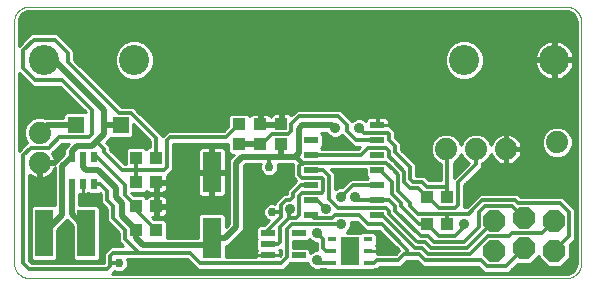
<source format=gtl>
G75*
%MOIN*%
%OFA0B0*%
%FSLAX25Y25*%
%IPPOS*%
%LPD*%
%AMOC8*
5,1,8,0,0,1.08239X$1,22.5*
%
%ADD10C,0.00000*%
%ADD11R,0.02362X0.03543*%
%ADD12R,0.04724X0.02165*%
%ADD13R,0.05906X0.15748*%
%ADD14OC8,0.07400*%
%ADD15R,0.03937X0.04331*%
%ADD16C,0.07400*%
%ADD17R,0.04331X0.03937*%
%ADD18R,0.05512X0.05512*%
%ADD19R,0.06299X0.13780*%
%ADD20R,0.04724X0.02362*%
%ADD21R,0.03150X0.01772*%
%ADD22R,0.05906X0.09449*%
%ADD23C,0.10050*%
%ADD24C,0.03000*%
%ADD25C,0.01000*%
%ADD26C,0.03500*%
%ADD27C,0.02000*%
%ADD28C,0.01200*%
%ADD29C,0.01600*%
D10*
X0012000Y0060307D02*
X0190976Y0060307D01*
X0191116Y0060309D01*
X0191256Y0060315D01*
X0191396Y0060325D01*
X0191536Y0060338D01*
X0191675Y0060356D01*
X0191814Y0060378D01*
X0191951Y0060403D01*
X0192089Y0060432D01*
X0192225Y0060465D01*
X0192360Y0060502D01*
X0192494Y0060543D01*
X0192627Y0060588D01*
X0192759Y0060636D01*
X0192889Y0060688D01*
X0193018Y0060743D01*
X0193145Y0060802D01*
X0193271Y0060865D01*
X0193395Y0060931D01*
X0193516Y0061000D01*
X0193636Y0061073D01*
X0193754Y0061150D01*
X0193869Y0061229D01*
X0193983Y0061312D01*
X0194093Y0061398D01*
X0194202Y0061487D01*
X0194308Y0061579D01*
X0194411Y0061674D01*
X0194512Y0061771D01*
X0194609Y0061872D01*
X0194704Y0061975D01*
X0194796Y0062081D01*
X0194885Y0062190D01*
X0194971Y0062300D01*
X0195054Y0062414D01*
X0195133Y0062529D01*
X0195210Y0062647D01*
X0195283Y0062767D01*
X0195352Y0062888D01*
X0195418Y0063012D01*
X0195481Y0063138D01*
X0195540Y0063265D01*
X0195595Y0063394D01*
X0195647Y0063524D01*
X0195695Y0063656D01*
X0195740Y0063789D01*
X0195781Y0063923D01*
X0195818Y0064058D01*
X0195851Y0064194D01*
X0195880Y0064332D01*
X0195905Y0064469D01*
X0195927Y0064608D01*
X0195945Y0064747D01*
X0195958Y0064887D01*
X0195968Y0065027D01*
X0195974Y0065167D01*
X0195976Y0065307D01*
X0195976Y0145858D01*
X0195974Y0145998D01*
X0195968Y0146138D01*
X0195958Y0146278D01*
X0195945Y0146418D01*
X0195927Y0146557D01*
X0195905Y0146696D01*
X0195880Y0146833D01*
X0195851Y0146971D01*
X0195818Y0147107D01*
X0195781Y0147242D01*
X0195740Y0147376D01*
X0195695Y0147509D01*
X0195647Y0147641D01*
X0195595Y0147771D01*
X0195540Y0147900D01*
X0195481Y0148027D01*
X0195418Y0148153D01*
X0195352Y0148277D01*
X0195283Y0148398D01*
X0195210Y0148518D01*
X0195133Y0148636D01*
X0195054Y0148751D01*
X0194971Y0148865D01*
X0194885Y0148975D01*
X0194796Y0149084D01*
X0194704Y0149190D01*
X0194609Y0149293D01*
X0194512Y0149394D01*
X0194411Y0149491D01*
X0194308Y0149586D01*
X0194202Y0149678D01*
X0194093Y0149767D01*
X0193983Y0149853D01*
X0193869Y0149936D01*
X0193754Y0150015D01*
X0193636Y0150092D01*
X0193516Y0150165D01*
X0193395Y0150234D01*
X0193271Y0150300D01*
X0193145Y0150363D01*
X0193018Y0150422D01*
X0192889Y0150477D01*
X0192759Y0150529D01*
X0192627Y0150577D01*
X0192494Y0150622D01*
X0192360Y0150663D01*
X0192225Y0150700D01*
X0192089Y0150733D01*
X0191951Y0150762D01*
X0191814Y0150787D01*
X0191675Y0150809D01*
X0191536Y0150827D01*
X0191396Y0150840D01*
X0191256Y0150850D01*
X0191116Y0150856D01*
X0190976Y0150858D01*
X0012000Y0150858D01*
X0011860Y0150856D01*
X0011720Y0150850D01*
X0011580Y0150840D01*
X0011440Y0150827D01*
X0011301Y0150809D01*
X0011162Y0150787D01*
X0011025Y0150762D01*
X0010887Y0150733D01*
X0010751Y0150700D01*
X0010616Y0150663D01*
X0010482Y0150622D01*
X0010349Y0150577D01*
X0010217Y0150529D01*
X0010087Y0150477D01*
X0009958Y0150422D01*
X0009831Y0150363D01*
X0009705Y0150300D01*
X0009581Y0150234D01*
X0009460Y0150165D01*
X0009340Y0150092D01*
X0009222Y0150015D01*
X0009107Y0149936D01*
X0008993Y0149853D01*
X0008883Y0149767D01*
X0008774Y0149678D01*
X0008668Y0149586D01*
X0008565Y0149491D01*
X0008464Y0149394D01*
X0008367Y0149293D01*
X0008272Y0149190D01*
X0008180Y0149084D01*
X0008091Y0148975D01*
X0008005Y0148865D01*
X0007922Y0148751D01*
X0007843Y0148636D01*
X0007766Y0148518D01*
X0007693Y0148398D01*
X0007624Y0148277D01*
X0007558Y0148153D01*
X0007495Y0148027D01*
X0007436Y0147900D01*
X0007381Y0147771D01*
X0007329Y0147641D01*
X0007281Y0147509D01*
X0007236Y0147376D01*
X0007195Y0147242D01*
X0007158Y0147107D01*
X0007125Y0146971D01*
X0007096Y0146833D01*
X0007071Y0146696D01*
X0007049Y0146557D01*
X0007031Y0146418D01*
X0007018Y0146278D01*
X0007008Y0146138D01*
X0007002Y0145998D01*
X0007000Y0145858D01*
X0007000Y0065307D01*
X0007002Y0065167D01*
X0007008Y0065027D01*
X0007018Y0064887D01*
X0007031Y0064747D01*
X0007049Y0064608D01*
X0007071Y0064469D01*
X0007096Y0064332D01*
X0007125Y0064194D01*
X0007158Y0064058D01*
X0007195Y0063923D01*
X0007236Y0063789D01*
X0007281Y0063656D01*
X0007329Y0063524D01*
X0007381Y0063394D01*
X0007436Y0063265D01*
X0007495Y0063138D01*
X0007558Y0063012D01*
X0007624Y0062888D01*
X0007693Y0062767D01*
X0007766Y0062647D01*
X0007843Y0062529D01*
X0007922Y0062414D01*
X0008005Y0062300D01*
X0008091Y0062190D01*
X0008180Y0062081D01*
X0008272Y0061975D01*
X0008367Y0061872D01*
X0008464Y0061771D01*
X0008565Y0061674D01*
X0008668Y0061579D01*
X0008774Y0061487D01*
X0008883Y0061398D01*
X0008993Y0061312D01*
X0009107Y0061229D01*
X0009222Y0061150D01*
X0009340Y0061073D01*
X0009460Y0061000D01*
X0009581Y0060931D01*
X0009705Y0060865D01*
X0009831Y0060802D01*
X0009958Y0060743D01*
X0010087Y0060688D01*
X0010217Y0060636D01*
X0010349Y0060588D01*
X0010482Y0060543D01*
X0010616Y0060502D01*
X0010751Y0060465D01*
X0010887Y0060432D01*
X0011025Y0060403D01*
X0011162Y0060378D01*
X0011301Y0060356D01*
X0011440Y0060338D01*
X0011580Y0060325D01*
X0011720Y0060315D01*
X0011860Y0060309D01*
X0012000Y0060307D01*
D11*
X0026260Y0091779D03*
X0030000Y0091779D03*
X0033740Y0091779D03*
X0033740Y0100834D03*
X0030000Y0100834D03*
X0026260Y0100834D03*
D12*
X0091630Y0075409D03*
X0091630Y0071669D03*
X0091630Y0067929D03*
X0101866Y0067929D03*
X0101866Y0075409D03*
D13*
X0031087Y0075307D03*
X0016913Y0075307D03*
D14*
X0167000Y0079307D03*
X0177000Y0080307D03*
X0187000Y0079307D03*
X0177000Y0070307D03*
X0167000Y0069307D03*
X0187000Y0069307D03*
D15*
X0151346Y0078307D03*
X0144654Y0078307D03*
X0144654Y0087307D03*
X0151346Y0087307D03*
X0096000Y0104960D03*
X0096000Y0111653D03*
X0054346Y0100307D03*
X0047654Y0100307D03*
X0047654Y0084307D03*
X0054346Y0084307D03*
X0054346Y0076307D03*
X0047654Y0076307D03*
D16*
X0015500Y0098807D03*
X0015500Y0108807D03*
X0151000Y0103307D03*
X0161000Y0103307D03*
X0171000Y0103307D03*
X0188000Y0105583D03*
D17*
X0089000Y0104960D03*
X0082000Y0104960D03*
X0082000Y0111653D03*
X0089000Y0111653D03*
X0054346Y0092307D03*
X0047654Y0092307D03*
D18*
X0042480Y0111307D03*
X0027520Y0111307D03*
D19*
X0072874Y0095638D03*
X0072874Y0073590D03*
D20*
X0105976Y0081307D03*
X0105976Y0086307D03*
X0105976Y0091307D03*
X0105976Y0096307D03*
X0105976Y0101307D03*
X0105976Y0106307D03*
X0105976Y0111307D03*
X0128024Y0111307D03*
X0128024Y0106307D03*
X0128024Y0101307D03*
X0128024Y0096307D03*
X0128024Y0091307D03*
X0128024Y0086307D03*
X0128024Y0081307D03*
D21*
X0124906Y0073244D03*
X0124906Y0069307D03*
X0124906Y0065370D03*
X0113094Y0065370D03*
X0113094Y0069307D03*
X0113094Y0073244D03*
D22*
X0119000Y0069307D03*
D23*
X0157000Y0133063D03*
X0187000Y0133063D03*
X0047000Y0133063D03*
X0017000Y0133063D03*
D24*
X0092000Y0097307D03*
X0093000Y0082307D03*
X0042000Y0065307D03*
D25*
X0044830Y0064301D02*
X0067036Y0064301D01*
X0066038Y0065299D02*
X0045000Y0065299D01*
X0045000Y0064710D02*
X0045000Y0065904D01*
X0044667Y0066707D01*
X0064630Y0066707D01*
X0068130Y0063207D01*
X0096870Y0063207D01*
X0097870Y0064207D01*
X0099009Y0065346D01*
X0104850Y0065346D01*
X0104871Y0065368D01*
X0105245Y0064466D01*
X0106159Y0063552D01*
X0107354Y0063057D01*
X0108646Y0063057D01*
X0109161Y0063270D01*
X0110613Y0063270D01*
X0110898Y0062984D01*
X0115291Y0062984D01*
X0115407Y0063101D01*
X0115426Y0063083D01*
X0122574Y0063083D01*
X0122593Y0063101D01*
X0122709Y0062984D01*
X0127102Y0062984D01*
X0127387Y0063270D01*
X0127933Y0063270D01*
X0128870Y0064207D01*
X0135870Y0064207D01*
X0137870Y0066207D01*
X0141130Y0066207D01*
X0143130Y0064207D01*
X0161630Y0064207D01*
X0163630Y0062207D01*
X0171870Y0062207D01*
X0173100Y0063437D01*
X0174808Y0065145D01*
X0174846Y0065107D01*
X0179154Y0065107D01*
X0181800Y0067753D01*
X0181800Y0067153D01*
X0184846Y0064107D01*
X0189154Y0064107D01*
X0192200Y0067153D01*
X0192200Y0071461D01*
X0192162Y0071499D01*
X0194100Y0073437D01*
X0194100Y0083177D01*
X0192870Y0084407D01*
X0189870Y0087407D01*
X0175870Y0087407D01*
X0174870Y0088407D01*
X0162130Y0088407D01*
X0159900Y0086177D01*
X0159900Y0086177D01*
X0157900Y0084177D01*
X0157630Y0083907D01*
X0157070Y0083907D01*
X0157100Y0083937D01*
X0157100Y0091437D01*
X0161870Y0096207D01*
X0163100Y0097437D01*
X0163100Y0098548D01*
X0163946Y0098899D01*
X0165408Y0100361D01*
X0166014Y0101824D01*
X0166181Y0101311D01*
X0166553Y0100582D01*
X0167034Y0099919D01*
X0167612Y0099341D01*
X0168275Y0098859D01*
X0169004Y0098488D01*
X0169782Y0098235D01*
X0170591Y0098107D01*
X0170700Y0098107D01*
X0170700Y0103007D01*
X0171300Y0103007D01*
X0171300Y0103607D01*
X0170700Y0103607D01*
X0170700Y0108507D01*
X0170591Y0108507D01*
X0169782Y0108379D01*
X0169004Y0108126D01*
X0168275Y0107754D01*
X0167612Y0107273D01*
X0167034Y0106694D01*
X0166553Y0106032D01*
X0166181Y0105303D01*
X0166014Y0104790D01*
X0165408Y0106252D01*
X0163946Y0107715D01*
X0162034Y0108507D01*
X0159966Y0108507D01*
X0158054Y0107715D01*
X0156592Y0106252D01*
X0156000Y0104824D01*
X0155408Y0106252D01*
X0153946Y0107715D01*
X0152034Y0108507D01*
X0149966Y0108507D01*
X0148054Y0107715D01*
X0146592Y0106252D01*
X0145800Y0104341D01*
X0145800Y0102273D01*
X0146592Y0100361D01*
X0148054Y0098899D01*
X0149246Y0098405D01*
X0149246Y0092907D01*
X0145370Y0092907D01*
X0143870Y0094407D01*
X0141100Y0094407D01*
X0141100Y0098177D01*
X0139870Y0099407D01*
X0136100Y0103177D01*
X0136100Y0105177D01*
X0134870Y0106407D01*
X0134100Y0107177D01*
X0134100Y0109177D01*
X0132870Y0110407D01*
X0132370Y0110907D01*
X0131886Y0110907D01*
X0131886Y0111216D01*
X0128114Y0111216D01*
X0128114Y0111397D01*
X0131886Y0111397D01*
X0131886Y0112686D01*
X0131784Y0113067D01*
X0131586Y0113409D01*
X0131307Y0113688D01*
X0130965Y0113886D01*
X0130583Y0113988D01*
X0128114Y0113988D01*
X0128114Y0111398D01*
X0127933Y0111398D01*
X0127933Y0113988D01*
X0125464Y0113988D01*
X0125082Y0113886D01*
X0124740Y0113688D01*
X0124461Y0113409D01*
X0124264Y0113067D01*
X0124173Y0112730D01*
X0123841Y0113062D01*
X0122646Y0113557D01*
X0121354Y0113557D01*
X0120159Y0113062D01*
X0119687Y0112590D01*
X0118870Y0113407D01*
X0115870Y0116407D01*
X0101130Y0116407D01*
X0099900Y0115177D01*
X0099276Y0114553D01*
X0099169Y0114740D01*
X0098890Y0115019D01*
X0098547Y0115216D01*
X0098166Y0115319D01*
X0096484Y0115319D01*
X0096484Y0112138D01*
X0095516Y0112138D01*
X0095516Y0115319D01*
X0093834Y0115319D01*
X0093453Y0115216D01*
X0093110Y0115019D01*
X0092831Y0114740D01*
X0092634Y0114398D01*
X0092572Y0114168D01*
X0092563Y0114201D01*
X0092366Y0114543D01*
X0092086Y0114822D01*
X0091744Y0115020D01*
X0091363Y0115122D01*
X0089484Y0115122D01*
X0089484Y0112138D01*
X0088516Y0112138D01*
X0088516Y0115122D01*
X0086637Y0115122D01*
X0086256Y0115020D01*
X0085914Y0114822D01*
X0085634Y0114543D01*
X0085536Y0114373D01*
X0084787Y0115122D01*
X0079213Y0115122D01*
X0078335Y0114243D01*
X0078335Y0110958D01*
X0076784Y0109407D01*
X0058130Y0109407D01*
X0057130Y0108407D01*
X0056446Y0107723D01*
X0056446Y0107830D01*
X0048100Y0116177D01*
X0046870Y0117407D01*
X0042870Y0117407D01*
X0027100Y0133177D01*
X0027100Y0136177D01*
X0022600Y0140677D01*
X0021370Y0141907D01*
X0012630Y0141907D01*
X0009130Y0138407D01*
X0008500Y0137777D01*
X0008500Y0145858D01*
X0008567Y0146541D01*
X0009090Y0147803D01*
X0010055Y0148768D01*
X0011317Y0149291D01*
X0012000Y0149358D01*
X0190976Y0149358D01*
X0191659Y0149291D01*
X0192921Y0148768D01*
X0193887Y0147803D01*
X0194409Y0146541D01*
X0194476Y0145858D01*
X0194476Y0065307D01*
X0194409Y0064624D01*
X0193887Y0063362D01*
X0192921Y0062397D01*
X0191659Y0061874D01*
X0190976Y0061807D01*
X0039470Y0061807D01*
X0039870Y0062207D01*
X0040390Y0062727D01*
X0041403Y0062307D01*
X0042597Y0062307D01*
X0043699Y0062764D01*
X0044543Y0063608D01*
X0045000Y0064710D01*
X0044837Y0066298D02*
X0065039Y0066298D01*
X0068035Y0063302D02*
X0044238Y0063302D01*
X0039967Y0062304D02*
X0163533Y0062304D01*
X0162535Y0063302D02*
X0127965Y0063302D01*
X0127980Y0068407D02*
X0133130Y0068407D01*
X0134130Y0068407D01*
X0135280Y0069557D01*
X0134900Y0069937D01*
X0134900Y0069937D01*
X0128630Y0076207D01*
X0124130Y0076207D01*
X0122900Y0077437D01*
X0121130Y0079207D01*
X0119145Y0079207D01*
X0119250Y0078953D01*
X0119250Y0077660D01*
X0118755Y0076466D01*
X0117841Y0075552D01*
X0117792Y0075531D01*
X0122574Y0075531D01*
X0122593Y0075513D01*
X0122709Y0075630D01*
X0127102Y0075630D01*
X0127980Y0074751D01*
X0127980Y0071737D01*
X0127519Y0071275D01*
X0127681Y0071114D01*
X0127878Y0070772D01*
X0127980Y0070390D01*
X0127980Y0069307D01*
X0124906Y0069307D01*
X0124906Y0069307D01*
X0127980Y0069307D01*
X0127980Y0068407D01*
X0127980Y0069294D02*
X0135017Y0069294D01*
X0134545Y0070292D02*
X0127980Y0070292D01*
X0127534Y0071291D02*
X0133547Y0071291D01*
X0132548Y0072289D02*
X0127980Y0072289D01*
X0127980Y0073288D02*
X0131549Y0073288D01*
X0130551Y0074286D02*
X0127980Y0074286D01*
X0127447Y0075285D02*
X0129552Y0075285D01*
X0124054Y0076283D02*
X0118572Y0076283D01*
X0119093Y0077282D02*
X0123055Y0077282D01*
X0122057Y0078280D02*
X0119250Y0078280D01*
X0107900Y0072057D02*
X0107900Y0069557D01*
X0107354Y0069557D01*
X0106159Y0069062D01*
X0105728Y0068631D01*
X0105728Y0069633D01*
X0104850Y0070512D01*
X0100100Y0070512D01*
X0100100Y0072827D01*
X0104850Y0072827D01*
X0105367Y0073344D01*
X0106159Y0072552D01*
X0107354Y0072057D01*
X0107900Y0072057D01*
X0107900Y0071291D02*
X0100100Y0071291D01*
X0100100Y0072289D02*
X0106793Y0072289D01*
X0105423Y0073288D02*
X0105311Y0073288D01*
X0105069Y0070292D02*
X0107900Y0070292D01*
X0106718Y0069294D02*
X0105728Y0069294D01*
X0104900Y0065299D02*
X0098962Y0065299D01*
X0097964Y0064301D02*
X0105410Y0064301D01*
X0106761Y0063302D02*
X0096965Y0063302D01*
X0097870Y0064207D02*
X0097870Y0064207D01*
X0095492Y0067769D02*
X0095492Y0067888D01*
X0091671Y0067888D01*
X0091671Y0067970D01*
X0095492Y0067970D01*
X0095492Y0069209D01*
X0095396Y0069569D01*
X0095732Y0069569D01*
X0095900Y0069737D01*
X0095900Y0068177D01*
X0095492Y0067769D01*
X0095492Y0068295D02*
X0095900Y0068295D01*
X0095900Y0069294D02*
X0095470Y0069294D01*
X0091588Y0067970D02*
X0091588Y0067888D01*
X0087768Y0067888D01*
X0087768Y0067407D01*
X0077524Y0067407D01*
X0077524Y0071090D01*
X0077781Y0071090D01*
X0078700Y0071471D01*
X0082416Y0075188D01*
X0083119Y0075891D01*
X0083500Y0076810D01*
X0083500Y0097771D01*
X0084036Y0098307D01*
X0089167Y0098307D01*
X0089000Y0097904D01*
X0089000Y0096710D01*
X0089457Y0095608D01*
X0090301Y0094764D01*
X0091403Y0094307D01*
X0092597Y0094307D01*
X0093699Y0094764D01*
X0094543Y0095608D01*
X0095000Y0096710D01*
X0095000Y0097904D01*
X0094833Y0098307D01*
X0099900Y0098307D01*
X0099900Y0093937D01*
X0100900Y0092937D01*
X0101030Y0092807D01*
X0100400Y0092177D01*
X0097900Y0089677D01*
X0097900Y0088407D01*
X0096630Y0088407D01*
X0095400Y0087177D01*
X0093900Y0085677D01*
X0093900Y0085181D01*
X0093597Y0085307D01*
X0092403Y0085307D01*
X0091301Y0084850D01*
X0090457Y0084006D01*
X0090000Y0082904D01*
X0090000Y0081710D01*
X0090457Y0080608D01*
X0091301Y0079764D01*
X0091786Y0079563D01*
X0090215Y0077992D01*
X0088646Y0077992D01*
X0087768Y0077113D01*
X0087768Y0073705D01*
X0087934Y0073539D01*
X0087768Y0073373D01*
X0087768Y0069965D01*
X0087970Y0069763D01*
X0087870Y0069591D01*
X0087768Y0069209D01*
X0087768Y0067970D01*
X0091588Y0067970D01*
X0087768Y0068295D02*
X0077524Y0068295D01*
X0077524Y0069294D02*
X0087790Y0069294D01*
X0087768Y0070292D02*
X0077524Y0070292D01*
X0078264Y0071291D02*
X0087768Y0071291D01*
X0087768Y0072289D02*
X0079518Y0072289D01*
X0080516Y0073288D02*
X0087768Y0073288D01*
X0087768Y0074286D02*
X0081515Y0074286D01*
X0082416Y0075188D02*
X0082416Y0075188D01*
X0082513Y0075285D02*
X0087768Y0075285D01*
X0087768Y0076283D02*
X0083282Y0076283D01*
X0083500Y0077282D02*
X0087936Y0077282D01*
X0090503Y0078280D02*
X0083500Y0078280D01*
X0083500Y0079279D02*
X0091502Y0079279D01*
X0090787Y0080277D02*
X0083500Y0080277D01*
X0083500Y0081276D02*
X0090180Y0081276D01*
X0090000Y0082274D02*
X0083500Y0082274D01*
X0083500Y0083273D02*
X0090153Y0083273D01*
X0090722Y0084271D02*
X0083500Y0084271D01*
X0083500Y0085270D02*
X0092313Y0085270D01*
X0093687Y0085270D02*
X0093900Y0085270D01*
X0094491Y0086268D02*
X0083500Y0086268D01*
X0083500Y0087267D02*
X0095490Y0087267D01*
X0096488Y0088265D02*
X0083500Y0088265D01*
X0083500Y0089264D02*
X0097900Y0089264D01*
X0098485Y0090262D02*
X0083500Y0090262D01*
X0083500Y0091261D02*
X0099484Y0091261D01*
X0100483Y0092259D02*
X0083500Y0092259D01*
X0083500Y0093258D02*
X0100579Y0093258D01*
X0099900Y0094256D02*
X0083500Y0094256D01*
X0083500Y0095255D02*
X0089809Y0095255D01*
X0089189Y0096253D02*
X0083500Y0096253D01*
X0083500Y0097252D02*
X0089000Y0097252D01*
X0089144Y0098250D02*
X0083979Y0098250D01*
X0080150Y0101492D02*
X0079584Y0100926D01*
X0078881Y0100223D01*
X0078500Y0099304D01*
X0078500Y0078342D01*
X0077524Y0077366D01*
X0077524Y0081101D01*
X0076645Y0081980D01*
X0069103Y0081980D01*
X0068224Y0081101D01*
X0068224Y0073807D01*
X0057815Y0073807D01*
X0057815Y0079094D01*
X0056936Y0079972D01*
X0053651Y0079972D01*
X0052982Y0080642D01*
X0053862Y0080642D01*
X0053862Y0083823D01*
X0054831Y0083823D01*
X0054831Y0084791D01*
X0057815Y0084791D01*
X0057815Y0086670D01*
X0057713Y0087051D01*
X0057515Y0087393D01*
X0057236Y0087673D01*
X0056894Y0087870D01*
X0056512Y0087972D01*
X0054831Y0087972D01*
X0054831Y0084791D01*
X0053862Y0084791D01*
X0053862Y0087972D01*
X0052180Y0087972D01*
X0051799Y0087870D01*
X0051457Y0087673D01*
X0051178Y0087393D01*
X0051048Y0087168D01*
X0050243Y0087972D01*
X0046958Y0087972D01*
X0046100Y0088830D01*
X0046100Y0088838D01*
X0050440Y0088838D01*
X0051000Y0089398D01*
X0051260Y0089138D01*
X0051602Y0088941D01*
X0051984Y0088838D01*
X0053862Y0088838D01*
X0053862Y0091823D01*
X0054831Y0091823D01*
X0054831Y0092791D01*
X0058012Y0092791D01*
X0058012Y0094349D01*
X0060100Y0096437D01*
X0060100Y0105207D01*
X0060870Y0105207D01*
X0076784Y0105207D01*
X0078335Y0105207D01*
X0078335Y0102371D01*
X0079213Y0101492D01*
X0080150Y0101492D01*
X0079903Y0101246D02*
X0077524Y0101246D01*
X0077524Y0102244D02*
X0078461Y0102244D01*
X0078335Y0103243D02*
X0077343Y0103243D01*
X0077421Y0103106D02*
X0077224Y0103448D01*
X0076945Y0103728D01*
X0076603Y0103925D01*
X0076221Y0104027D01*
X0073374Y0104027D01*
X0073374Y0096138D01*
X0072374Y0096138D01*
X0072374Y0104027D01*
X0069527Y0104027D01*
X0069145Y0103925D01*
X0068803Y0103728D01*
X0068524Y0103448D01*
X0068327Y0103106D01*
X0068224Y0102725D01*
X0068224Y0096138D01*
X0072374Y0096138D01*
X0072374Y0095138D01*
X0068224Y0095138D01*
X0068224Y0088550D01*
X0068327Y0088169D01*
X0068524Y0087827D01*
X0068803Y0087548D01*
X0069145Y0087350D01*
X0069527Y0087248D01*
X0072374Y0087248D01*
X0072374Y0095138D01*
X0073374Y0095138D01*
X0073374Y0096138D01*
X0077524Y0096138D01*
X0077524Y0102725D01*
X0077421Y0103106D01*
X0078335Y0104241D02*
X0060100Y0104241D01*
X0060100Y0103243D02*
X0068405Y0103243D01*
X0068224Y0102244D02*
X0060100Y0102244D01*
X0060100Y0101246D02*
X0068224Y0101246D01*
X0068224Y0100247D02*
X0060100Y0100247D01*
X0060100Y0099249D02*
X0068224Y0099249D01*
X0068224Y0098250D02*
X0060100Y0098250D01*
X0060100Y0097252D02*
X0068224Y0097252D01*
X0068224Y0096253D02*
X0059916Y0096253D01*
X0058918Y0095255D02*
X0072374Y0095255D01*
X0072374Y0096253D02*
X0073374Y0096253D01*
X0073374Y0095255D02*
X0078500Y0095255D01*
X0077524Y0095138D02*
X0077524Y0088550D01*
X0077421Y0088169D01*
X0077224Y0087827D01*
X0076945Y0087548D01*
X0076603Y0087350D01*
X0076221Y0087248D01*
X0073374Y0087248D01*
X0073374Y0095138D01*
X0077524Y0095138D01*
X0077524Y0094256D02*
X0078500Y0094256D01*
X0078500Y0093258D02*
X0077524Y0093258D01*
X0077524Y0092259D02*
X0078500Y0092259D01*
X0078500Y0091261D02*
X0077524Y0091261D01*
X0077524Y0090262D02*
X0078500Y0090262D01*
X0078500Y0089264D02*
X0077524Y0089264D01*
X0077447Y0088265D02*
X0078500Y0088265D01*
X0078500Y0087267D02*
X0076291Y0087267D01*
X0078500Y0086268D02*
X0057815Y0086268D01*
X0057815Y0085270D02*
X0078500Y0085270D01*
X0078500Y0084271D02*
X0054831Y0084271D01*
X0054831Y0083823D02*
X0057815Y0083823D01*
X0057815Y0081944D01*
X0057713Y0081563D01*
X0057515Y0081221D01*
X0057236Y0080941D01*
X0056894Y0080744D01*
X0056512Y0080642D01*
X0054831Y0080642D01*
X0054831Y0083823D01*
X0054831Y0083273D02*
X0053862Y0083273D01*
X0053862Y0082274D02*
X0054831Y0082274D01*
X0054831Y0081276D02*
X0053862Y0081276D01*
X0053346Y0080277D02*
X0068224Y0080277D01*
X0068224Y0079279D02*
X0057630Y0079279D01*
X0057815Y0078280D02*
X0068224Y0078280D01*
X0068224Y0077282D02*
X0057815Y0077282D01*
X0057815Y0076283D02*
X0068224Y0076283D01*
X0068224Y0075285D02*
X0057815Y0075285D01*
X0057815Y0074286D02*
X0068224Y0074286D01*
X0068399Y0081276D02*
X0057547Y0081276D01*
X0057815Y0082274D02*
X0078500Y0082274D01*
X0078500Y0081276D02*
X0077349Y0081276D01*
X0077524Y0080277D02*
X0078500Y0080277D01*
X0078500Y0079279D02*
X0077524Y0079279D01*
X0077524Y0078280D02*
X0078438Y0078280D01*
X0078500Y0083273D02*
X0057815Y0083273D01*
X0054831Y0085270D02*
X0053862Y0085270D01*
X0053862Y0086268D02*
X0054831Y0086268D01*
X0054831Y0087267D02*
X0053862Y0087267D01*
X0054831Y0088838D02*
X0056709Y0088838D01*
X0057091Y0088941D01*
X0057433Y0089138D01*
X0057712Y0089417D01*
X0057910Y0089759D01*
X0058012Y0090141D01*
X0058012Y0091823D01*
X0054831Y0091823D01*
X0054831Y0088838D01*
X0054831Y0089264D02*
X0053862Y0089264D01*
X0053862Y0090262D02*
X0054831Y0090262D01*
X0054831Y0091261D02*
X0053862Y0091261D01*
X0054831Y0092259D02*
X0068224Y0092259D01*
X0068224Y0091261D02*
X0058012Y0091261D01*
X0058012Y0090262D02*
X0068224Y0090262D01*
X0068224Y0089264D02*
X0057558Y0089264D01*
X0057588Y0087267D02*
X0069457Y0087267D01*
X0068301Y0088265D02*
X0046665Y0088265D01*
X0050866Y0089264D02*
X0051134Y0089264D01*
X0051105Y0087267D02*
X0050949Y0087267D01*
X0058012Y0093258D02*
X0068224Y0093258D01*
X0068224Y0094256D02*
X0058012Y0094256D01*
X0051000Y0103216D02*
X0050243Y0103972D01*
X0045064Y0103972D01*
X0044185Y0103094D01*
X0044185Y0098407D01*
X0043870Y0098407D01*
X0039100Y0103177D01*
X0039100Y0104177D01*
X0037870Y0105407D01*
X0037753Y0105524D01*
X0038416Y0106188D01*
X0039119Y0106891D01*
X0039186Y0107051D01*
X0045858Y0107051D01*
X0046736Y0107930D01*
X0046736Y0111601D01*
X0052246Y0106091D01*
X0052246Y0103972D01*
X0051757Y0103972D01*
X0051000Y0103216D01*
X0050973Y0103243D02*
X0051027Y0103243D01*
X0052246Y0104241D02*
X0039035Y0104241D01*
X0039100Y0103243D02*
X0044334Y0103243D01*
X0044185Y0102244D02*
X0040032Y0102244D01*
X0041031Y0101246D02*
X0044185Y0101246D01*
X0044185Y0100247D02*
X0042029Y0100247D01*
X0043028Y0099249D02*
X0044185Y0099249D01*
X0038037Y0105240D02*
X0052246Y0105240D01*
X0052099Y0106238D02*
X0038467Y0106238D01*
X0038416Y0106188D02*
X0038416Y0106188D01*
X0046043Y0107237D02*
X0051100Y0107237D01*
X0050102Y0108235D02*
X0046736Y0108235D01*
X0046736Y0109234D02*
X0049103Y0109234D01*
X0048105Y0110232D02*
X0046736Y0110232D01*
X0046736Y0111231D02*
X0047106Y0111231D01*
X0050050Y0114227D02*
X0078335Y0114227D01*
X0078335Y0113228D02*
X0051049Y0113228D01*
X0052047Y0112230D02*
X0078335Y0112230D01*
X0078335Y0111231D02*
X0053046Y0111231D01*
X0054044Y0110232D02*
X0077609Y0110232D01*
X0073374Y0103243D02*
X0072374Y0103243D01*
X0072374Y0102244D02*
X0073374Y0102244D01*
X0073374Y0101246D02*
X0072374Y0101246D01*
X0072374Y0100247D02*
X0073374Y0100247D01*
X0073374Y0099249D02*
X0072374Y0099249D01*
X0072374Y0098250D02*
X0073374Y0098250D01*
X0073374Y0097252D02*
X0072374Y0097252D01*
X0072374Y0094256D02*
X0073374Y0094256D01*
X0073374Y0093258D02*
X0072374Y0093258D01*
X0072374Y0092259D02*
X0073374Y0092259D01*
X0073374Y0091261D02*
X0072374Y0091261D01*
X0072374Y0090262D02*
X0073374Y0090262D01*
X0073374Y0089264D02*
X0072374Y0089264D01*
X0072374Y0088265D02*
X0073374Y0088265D01*
X0073374Y0087267D02*
X0072374Y0087267D01*
X0077524Y0096253D02*
X0078500Y0096253D01*
X0078500Y0097252D02*
X0077524Y0097252D01*
X0077524Y0098250D02*
X0078500Y0098250D01*
X0078500Y0099249D02*
X0077524Y0099249D01*
X0077524Y0100247D02*
X0078905Y0100247D01*
X0089484Y0111169D02*
X0089484Y0112138D01*
X0092665Y0112138D01*
X0095516Y0112138D01*
X0095516Y0111169D01*
X0089484Y0111169D01*
X0089484Y0111231D02*
X0095516Y0111231D01*
X0095516Y0112230D02*
X0096484Y0112230D01*
X0096484Y0113228D02*
X0095516Y0113228D01*
X0095516Y0114227D02*
X0096484Y0114227D01*
X0096484Y0115225D02*
X0095516Y0115225D01*
X0093484Y0115225D02*
X0049052Y0115225D01*
X0048053Y0116224D02*
X0100947Y0116224D01*
X0099948Y0115225D02*
X0098516Y0115225D01*
X0092588Y0114227D02*
X0092548Y0114227D01*
X0089484Y0114227D02*
X0088516Y0114227D01*
X0088516Y0113228D02*
X0089484Y0113228D01*
X0089484Y0112230D02*
X0088516Y0112230D01*
X0094856Y0098250D02*
X0099900Y0098250D01*
X0099900Y0097252D02*
X0095000Y0097252D01*
X0094811Y0096253D02*
X0099900Y0096253D01*
X0099900Y0095255D02*
X0094191Y0095255D01*
X0109141Y0103807D02*
X0109839Y0104504D01*
X0109839Y0108109D01*
X0109141Y0108807D01*
X0111104Y0108807D01*
X0111245Y0108466D01*
X0112159Y0107552D01*
X0113354Y0107057D01*
X0114646Y0107057D01*
X0115841Y0107552D01*
X0116313Y0108024D01*
X0116900Y0107437D01*
X0119130Y0105207D01*
X0119130Y0105207D01*
X0120130Y0104207D01*
X0122430Y0104207D01*
X0121630Y0103407D01*
X0109541Y0103407D01*
X0109141Y0103807D01*
X0109575Y0104241D02*
X0120096Y0104241D01*
X0119097Y0105240D02*
X0109839Y0105240D01*
X0109839Y0106238D02*
X0118099Y0106238D01*
X0117100Y0107237D02*
X0115081Y0107237D01*
X0112919Y0107237D02*
X0109839Y0107237D01*
X0109712Y0108235D02*
X0111475Y0108235D01*
X0118050Y0114227D02*
X0194476Y0114227D01*
X0194476Y0115225D02*
X0117052Y0115225D01*
X0116053Y0116224D02*
X0194476Y0116224D01*
X0194476Y0117222D02*
X0047055Y0117222D01*
X0042056Y0118221D02*
X0194476Y0118221D01*
X0194476Y0119219D02*
X0041058Y0119219D01*
X0040059Y0120218D02*
X0194476Y0120218D01*
X0194476Y0121216D02*
X0039061Y0121216D01*
X0038062Y0122215D02*
X0194476Y0122215D01*
X0194476Y0123213D02*
X0037064Y0123213D01*
X0036065Y0124212D02*
X0194476Y0124212D01*
X0194476Y0125210D02*
X0035067Y0125210D01*
X0034068Y0126209D02*
X0194476Y0126209D01*
X0194476Y0127207D02*
X0189908Y0127207D01*
X0189892Y0127198D02*
X0190633Y0127626D01*
X0191311Y0128147D01*
X0191916Y0128751D01*
X0192437Y0129430D01*
X0192865Y0130171D01*
X0193192Y0130961D01*
X0193413Y0131787D01*
X0193515Y0132563D01*
X0187500Y0132563D01*
X0187500Y0133563D01*
X0186500Y0133563D01*
X0186500Y0139578D01*
X0185724Y0139476D01*
X0184898Y0139255D01*
X0184108Y0138927D01*
X0183367Y0138500D01*
X0182689Y0137979D01*
X0182084Y0137374D01*
X0181563Y0136696D01*
X0181135Y0135955D01*
X0180808Y0135165D01*
X0180587Y0134339D01*
X0180485Y0133563D01*
X0186500Y0133563D01*
X0186500Y0132563D01*
X0180485Y0132563D01*
X0180587Y0131787D01*
X0180808Y0130961D01*
X0181135Y0130171D01*
X0181563Y0129430D01*
X0182084Y0128751D01*
X0182689Y0128147D01*
X0183367Y0127626D01*
X0184108Y0127198D01*
X0184898Y0126871D01*
X0185724Y0126649D01*
X0186500Y0126547D01*
X0186500Y0132563D01*
X0187500Y0132563D01*
X0187500Y0126547D01*
X0188276Y0126649D01*
X0189102Y0126871D01*
X0189892Y0127198D01*
X0191371Y0128206D02*
X0194476Y0128206D01*
X0194476Y0129204D02*
X0192264Y0129204D01*
X0192878Y0130203D02*
X0194476Y0130203D01*
X0194476Y0131201D02*
X0193256Y0131201D01*
X0193468Y0132200D02*
X0194476Y0132200D01*
X0194476Y0133198D02*
X0187500Y0133198D01*
X0187500Y0133563D02*
X0193515Y0133563D01*
X0193413Y0134339D01*
X0193192Y0135165D01*
X0192865Y0135955D01*
X0192437Y0136696D01*
X0191916Y0137374D01*
X0191311Y0137979D01*
X0190633Y0138500D01*
X0189892Y0138927D01*
X0189102Y0139255D01*
X0188276Y0139476D01*
X0187500Y0139578D01*
X0187500Y0133563D01*
X0187500Y0134197D02*
X0186500Y0134197D01*
X0186500Y0135195D02*
X0187500Y0135195D01*
X0187500Y0136194D02*
X0186500Y0136194D01*
X0186500Y0137192D02*
X0187500Y0137192D01*
X0187500Y0138191D02*
X0186500Y0138191D01*
X0186500Y0139189D02*
X0187500Y0139189D01*
X0189260Y0139189D02*
X0194476Y0139189D01*
X0194476Y0138191D02*
X0191036Y0138191D01*
X0192056Y0137192D02*
X0194476Y0137192D01*
X0194476Y0136194D02*
X0192727Y0136194D01*
X0193179Y0135195D02*
X0194476Y0135195D01*
X0194476Y0134197D02*
X0193432Y0134197D01*
X0187500Y0132200D02*
X0186500Y0132200D01*
X0186500Y0133198D02*
X0163525Y0133198D01*
X0163525Y0132200D02*
X0180532Y0132200D01*
X0180744Y0131201D02*
X0163291Y0131201D01*
X0163525Y0131765D02*
X0162532Y0129367D01*
X0160696Y0127531D01*
X0158298Y0126538D01*
X0155702Y0126538D01*
X0153304Y0127531D01*
X0151468Y0129367D01*
X0150475Y0131765D01*
X0150475Y0134361D01*
X0151468Y0136759D01*
X0153304Y0138594D01*
X0155702Y0139588D01*
X0158298Y0139588D01*
X0160696Y0138594D01*
X0162532Y0136759D01*
X0163525Y0134361D01*
X0163525Y0131765D01*
X0162878Y0130203D02*
X0181122Y0130203D01*
X0181736Y0129204D02*
X0162369Y0129204D01*
X0161371Y0128206D02*
X0182629Y0128206D01*
X0184092Y0127207D02*
X0159914Y0127207D01*
X0154086Y0127207D02*
X0049914Y0127207D01*
X0050696Y0127531D02*
X0052532Y0129367D01*
X0053525Y0131765D01*
X0053525Y0134361D01*
X0052532Y0136759D01*
X0050696Y0138594D01*
X0048298Y0139588D01*
X0045702Y0139588D01*
X0043304Y0138594D01*
X0041468Y0136759D01*
X0040475Y0134361D01*
X0040475Y0131765D01*
X0041468Y0129367D01*
X0043304Y0127531D01*
X0045702Y0126538D01*
X0048298Y0126538D01*
X0050696Y0127531D01*
X0051371Y0128206D02*
X0152629Y0128206D01*
X0151631Y0129204D02*
X0052369Y0129204D01*
X0052878Y0130203D02*
X0151122Y0130203D01*
X0150708Y0131201D02*
X0053291Y0131201D01*
X0053525Y0132200D02*
X0150475Y0132200D01*
X0150475Y0133198D02*
X0053525Y0133198D01*
X0053525Y0134197D02*
X0150475Y0134197D01*
X0150821Y0135195D02*
X0053179Y0135195D01*
X0052766Y0136194D02*
X0151234Y0136194D01*
X0151902Y0137192D02*
X0052098Y0137192D01*
X0051100Y0138191D02*
X0152900Y0138191D01*
X0154740Y0139189D02*
X0049260Y0139189D01*
X0044740Y0139189D02*
X0024087Y0139189D01*
X0023089Y0140188D02*
X0194476Y0140188D01*
X0194476Y0141186D02*
X0022090Y0141186D01*
X0025086Y0138191D02*
X0042900Y0138191D01*
X0041902Y0137192D02*
X0026084Y0137192D01*
X0027083Y0136194D02*
X0041234Y0136194D01*
X0040821Y0135195D02*
X0027100Y0135195D01*
X0027100Y0134197D02*
X0040475Y0134197D01*
X0040475Y0133198D02*
X0027100Y0133198D01*
X0028077Y0132200D02*
X0040475Y0132200D01*
X0040708Y0131201D02*
X0029076Y0131201D01*
X0030074Y0130203D02*
X0041122Y0130203D01*
X0041631Y0129204D02*
X0031073Y0129204D01*
X0032071Y0128206D02*
X0042629Y0128206D01*
X0044086Y0127207D02*
X0033070Y0127207D01*
X0025121Y0121216D02*
X0008500Y0121216D01*
X0008500Y0120218D02*
X0026119Y0120218D01*
X0027118Y0119219D02*
X0008500Y0119219D01*
X0008500Y0118221D02*
X0028116Y0118221D01*
X0029115Y0117222D02*
X0008500Y0117222D01*
X0008500Y0116224D02*
X0030114Y0116224D01*
X0030774Y0115563D02*
X0024142Y0115563D01*
X0023264Y0114684D01*
X0023264Y0113807D01*
X0017503Y0113807D01*
X0017260Y0113706D01*
X0016534Y0114007D01*
X0014466Y0114007D01*
X0012554Y0113215D01*
X0011092Y0111752D01*
X0010300Y0109841D01*
X0010300Y0107773D01*
X0011092Y0105861D01*
X0011338Y0105615D01*
X0009130Y0103407D01*
X0008500Y0102777D01*
X0008500Y0128837D01*
X0011900Y0125437D01*
X0013130Y0124207D01*
X0022130Y0124207D01*
X0030774Y0115563D01*
X0023805Y0115225D02*
X0008500Y0115225D01*
X0008500Y0114227D02*
X0023264Y0114227D01*
X0024122Y0122215D02*
X0008500Y0122215D01*
X0008500Y0123213D02*
X0023124Y0123213D01*
X0013125Y0124212D02*
X0008500Y0124212D01*
X0008500Y0125210D02*
X0012127Y0125210D01*
X0011128Y0126209D02*
X0008500Y0126209D01*
X0008500Y0127207D02*
X0010130Y0127207D01*
X0009131Y0128206D02*
X0008500Y0128206D01*
X0008500Y0138191D02*
X0008914Y0138191D01*
X0008500Y0139189D02*
X0009913Y0139189D01*
X0010911Y0140188D02*
X0008500Y0140188D01*
X0008500Y0141186D02*
X0011910Y0141186D01*
X0008500Y0142185D02*
X0194476Y0142185D01*
X0194476Y0143183D02*
X0008500Y0143183D01*
X0008500Y0144182D02*
X0194476Y0144182D01*
X0194476Y0145180D02*
X0008500Y0145180D01*
X0008532Y0146179D02*
X0194445Y0146179D01*
X0194145Y0147177D02*
X0008831Y0147177D01*
X0009463Y0148176D02*
X0193513Y0148176D01*
X0191940Y0149174D02*
X0011036Y0149174D01*
X0012585Y0113228D02*
X0008500Y0113228D01*
X0008500Y0112230D02*
X0011569Y0112230D01*
X0010876Y0111231D02*
X0008500Y0111231D01*
X0008500Y0110232D02*
X0010462Y0110232D01*
X0010300Y0109234D02*
X0008500Y0109234D01*
X0008500Y0108235D02*
X0010300Y0108235D01*
X0010522Y0107237D02*
X0008500Y0107237D01*
X0008500Y0106238D02*
X0010935Y0106238D01*
X0010963Y0105240D02*
X0008500Y0105240D01*
X0008500Y0104241D02*
X0009965Y0104241D01*
X0008966Y0103243D02*
X0008500Y0103243D01*
X0015000Y0098307D02*
X0016000Y0098307D01*
X0016000Y0099307D01*
X0020686Y0099307D01*
X0020572Y0100025D01*
X0020319Y0100803D01*
X0019947Y0101532D01*
X0019631Y0101968D01*
X0022870Y0105207D01*
X0025364Y0105207D01*
X0024140Y0103983D01*
X0024003Y0103652D01*
X0023579Y0103227D01*
X0023579Y0101689D01*
X0020881Y0098991D01*
X0020597Y0098307D01*
X0016000Y0098307D01*
X0016000Y0093621D01*
X0016718Y0093735D01*
X0017496Y0093988D01*
X0018225Y0094359D01*
X0018888Y0094841D01*
X0019466Y0095419D01*
X0019947Y0096082D01*
X0020319Y0096811D01*
X0020500Y0097368D01*
X0020500Y0084668D01*
X0020487Y0084681D01*
X0013339Y0084681D01*
X0012461Y0083802D01*
X0012461Y0066812D01*
X0013339Y0065933D01*
X0020487Y0065933D01*
X0021366Y0066812D01*
X0021366Y0076224D01*
X0024707Y0079565D01*
X0026634Y0077638D01*
X0026634Y0066812D01*
X0027513Y0065933D01*
X0034661Y0065933D01*
X0035539Y0066812D01*
X0035539Y0083802D01*
X0034661Y0084681D01*
X0028760Y0084681D01*
X0028760Y0088508D01*
X0029909Y0088508D01*
X0029909Y0091689D01*
X0030091Y0091689D01*
X0030091Y0088508D01*
X0031379Y0088508D01*
X0031760Y0088610D01*
X0031808Y0088638D01*
X0031938Y0088508D01*
X0035543Y0088508D01*
X0035686Y0088651D01*
X0035900Y0088437D01*
X0035900Y0085437D01*
X0037900Y0083437D01*
X0037900Y0079437D01*
X0041900Y0075437D01*
X0041900Y0072437D01*
X0043430Y0070907D01*
X0039130Y0070907D01*
X0037900Y0069677D01*
X0037900Y0069677D01*
X0036900Y0068677D01*
X0036900Y0065407D01*
X0012870Y0065407D01*
X0012100Y0066177D01*
X0012100Y0094853D01*
X0012112Y0094841D01*
X0012775Y0094359D01*
X0013504Y0093988D01*
X0014282Y0093735D01*
X0015000Y0093621D01*
X0015000Y0098307D01*
X0015000Y0098250D02*
X0016000Y0098250D01*
X0016000Y0097252D02*
X0015000Y0097252D01*
X0015000Y0096253D02*
X0016000Y0096253D01*
X0016000Y0095255D02*
X0015000Y0095255D01*
X0015000Y0094256D02*
X0016000Y0094256D01*
X0018023Y0094256D02*
X0020500Y0094256D01*
X0020500Y0093258D02*
X0012100Y0093258D01*
X0012100Y0094256D02*
X0012977Y0094256D01*
X0012100Y0092259D02*
X0020500Y0092259D01*
X0020500Y0091261D02*
X0012100Y0091261D01*
X0012100Y0090262D02*
X0020500Y0090262D01*
X0020500Y0089264D02*
X0012100Y0089264D01*
X0012100Y0088265D02*
X0020500Y0088265D01*
X0020500Y0087267D02*
X0012100Y0087267D01*
X0012100Y0086268D02*
X0020500Y0086268D01*
X0020500Y0085270D02*
X0012100Y0085270D01*
X0012100Y0084271D02*
X0012930Y0084271D01*
X0012461Y0083273D02*
X0012100Y0083273D01*
X0012100Y0082274D02*
X0012461Y0082274D01*
X0012461Y0081276D02*
X0012100Y0081276D01*
X0012100Y0080277D02*
X0012461Y0080277D01*
X0012461Y0079279D02*
X0012100Y0079279D01*
X0012100Y0078280D02*
X0012461Y0078280D01*
X0012461Y0077282D02*
X0012100Y0077282D01*
X0012100Y0076283D02*
X0012461Y0076283D01*
X0012461Y0075285D02*
X0012100Y0075285D01*
X0012100Y0074286D02*
X0012461Y0074286D01*
X0012461Y0073288D02*
X0012100Y0073288D01*
X0012100Y0072289D02*
X0012461Y0072289D01*
X0012461Y0071291D02*
X0012100Y0071291D01*
X0012100Y0070292D02*
X0012461Y0070292D01*
X0012461Y0069294D02*
X0012100Y0069294D01*
X0012100Y0068295D02*
X0012461Y0068295D01*
X0012461Y0067297D02*
X0012100Y0067297D01*
X0012100Y0066298D02*
X0012974Y0066298D01*
X0020853Y0066298D02*
X0027147Y0066298D01*
X0026634Y0067297D02*
X0021366Y0067297D01*
X0021366Y0068295D02*
X0026634Y0068295D01*
X0026634Y0069294D02*
X0021366Y0069294D01*
X0021366Y0070292D02*
X0026634Y0070292D01*
X0026634Y0071291D02*
X0021366Y0071291D01*
X0021366Y0072289D02*
X0026634Y0072289D01*
X0026634Y0073288D02*
X0021366Y0073288D01*
X0021366Y0074286D02*
X0026634Y0074286D01*
X0026634Y0075285D02*
X0021366Y0075285D01*
X0021425Y0076283D02*
X0026634Y0076283D01*
X0026634Y0077282D02*
X0022424Y0077282D01*
X0023422Y0078280D02*
X0025991Y0078280D01*
X0024993Y0079279D02*
X0024421Y0079279D01*
X0028760Y0085270D02*
X0036067Y0085270D01*
X0035900Y0086268D02*
X0028760Y0086268D01*
X0028760Y0087267D02*
X0035900Y0087267D01*
X0035900Y0088265D02*
X0028760Y0088265D01*
X0029909Y0089264D02*
X0030091Y0089264D01*
X0030091Y0090262D02*
X0029909Y0090262D01*
X0029909Y0091261D02*
X0030091Y0091261D01*
X0035070Y0084271D02*
X0037066Y0084271D01*
X0037900Y0083273D02*
X0035539Y0083273D01*
X0035539Y0082274D02*
X0037900Y0082274D01*
X0037900Y0081276D02*
X0035539Y0081276D01*
X0035539Y0080277D02*
X0037900Y0080277D01*
X0038058Y0079279D02*
X0035539Y0079279D01*
X0035539Y0078280D02*
X0039057Y0078280D01*
X0040055Y0077282D02*
X0035539Y0077282D01*
X0035539Y0076283D02*
X0041054Y0076283D01*
X0041900Y0075285D02*
X0035539Y0075285D01*
X0035539Y0074286D02*
X0041900Y0074286D01*
X0041900Y0073288D02*
X0035539Y0073288D01*
X0035539Y0072289D02*
X0042048Y0072289D01*
X0043047Y0071291D02*
X0035539Y0071291D01*
X0035539Y0070292D02*
X0038515Y0070292D01*
X0037517Y0069294D02*
X0035539Y0069294D01*
X0035539Y0068295D02*
X0036900Y0068295D01*
X0036900Y0067297D02*
X0035539Y0067297D01*
X0035026Y0066298D02*
X0036900Y0066298D01*
X0020500Y0095255D02*
X0019302Y0095255D01*
X0020035Y0096253D02*
X0020500Y0096253D01*
X0020462Y0097252D02*
X0020500Y0097252D01*
X0021139Y0099249D02*
X0016000Y0099249D01*
X0020093Y0101246D02*
X0023136Y0101246D01*
X0023579Y0102244D02*
X0019907Y0102244D01*
X0020906Y0103243D02*
X0023594Y0103243D01*
X0024399Y0104241D02*
X0021904Y0104241D01*
X0022137Y0100247D02*
X0020500Y0100247D01*
X0055043Y0109234D02*
X0057957Y0109234D01*
X0056959Y0108235D02*
X0056041Y0108235D01*
X0112570Y0096707D02*
X0124161Y0096707D01*
X0124161Y0094504D01*
X0124859Y0093807D01*
X0124459Y0093407D01*
X0119130Y0093407D01*
X0116280Y0090557D01*
X0115354Y0090557D01*
X0114159Y0090062D01*
X0114100Y0090003D01*
X0114100Y0095177D01*
X0112570Y0096707D01*
X0113023Y0096253D02*
X0124161Y0096253D01*
X0124161Y0095255D02*
X0114022Y0095255D01*
X0114100Y0094256D02*
X0124410Y0094256D01*
X0118981Y0093258D02*
X0114100Y0093258D01*
X0114100Y0092259D02*
X0117983Y0092259D01*
X0116984Y0091261D02*
X0114100Y0091261D01*
X0114100Y0090262D02*
X0114642Y0090262D01*
X0136100Y0103243D02*
X0145800Y0103243D01*
X0145800Y0104241D02*
X0136100Y0104241D01*
X0136037Y0105240D02*
X0146172Y0105240D01*
X0146586Y0106238D02*
X0135038Y0106238D01*
X0134100Y0107237D02*
X0147576Y0107237D01*
X0149310Y0108235D02*
X0134100Y0108235D01*
X0134043Y0109234D02*
X0184298Y0109234D01*
X0183592Y0108528D02*
X0185054Y0109991D01*
X0186966Y0110783D01*
X0189034Y0110783D01*
X0190946Y0109991D01*
X0192408Y0108528D01*
X0193200Y0106617D01*
X0193200Y0104548D01*
X0192408Y0102637D01*
X0190946Y0101174D01*
X0189034Y0100383D01*
X0186966Y0100383D01*
X0185054Y0101174D01*
X0183592Y0102637D01*
X0182800Y0104548D01*
X0182800Y0106617D01*
X0183592Y0108528D01*
X0183470Y0108235D02*
X0172659Y0108235D01*
X0172996Y0108126D02*
X0172218Y0108379D01*
X0171409Y0108507D01*
X0171300Y0108507D01*
X0171300Y0103607D01*
X0176200Y0103607D01*
X0176200Y0103716D01*
X0176072Y0104525D01*
X0175819Y0105303D01*
X0175447Y0106032D01*
X0174966Y0106694D01*
X0174388Y0107273D01*
X0173725Y0107754D01*
X0172996Y0108126D01*
X0174424Y0107237D02*
X0183057Y0107237D01*
X0182800Y0106238D02*
X0175298Y0106238D01*
X0175840Y0105240D02*
X0182800Y0105240D01*
X0182927Y0104241D02*
X0176117Y0104241D01*
X0176200Y0103007D02*
X0171300Y0103007D01*
X0171300Y0098107D01*
X0171409Y0098107D01*
X0172218Y0098235D01*
X0172996Y0098488D01*
X0173725Y0098859D01*
X0174388Y0099341D01*
X0174966Y0099919D01*
X0175447Y0100582D01*
X0175819Y0101311D01*
X0176072Y0102089D01*
X0176200Y0102898D01*
X0176200Y0103007D01*
X0176097Y0102244D02*
X0183984Y0102244D01*
X0183341Y0103243D02*
X0171300Y0103243D01*
X0171300Y0104241D02*
X0170700Y0104241D01*
X0170700Y0105240D02*
X0171300Y0105240D01*
X0171300Y0106238D02*
X0170700Y0106238D01*
X0170700Y0107237D02*
X0171300Y0107237D01*
X0171300Y0108235D02*
X0170700Y0108235D01*
X0169341Y0108235D02*
X0162690Y0108235D01*
X0164424Y0107237D02*
X0167576Y0107237D01*
X0166702Y0106238D02*
X0165414Y0106238D01*
X0165828Y0105240D02*
X0166160Y0105240D01*
X0166214Y0101246D02*
X0165775Y0101246D01*
X0165294Y0100247D02*
X0166795Y0100247D01*
X0167739Y0099249D02*
X0164296Y0099249D01*
X0163100Y0098250D02*
X0169735Y0098250D01*
X0170700Y0098250D02*
X0171300Y0098250D01*
X0172265Y0098250D02*
X0194476Y0098250D01*
X0194476Y0097252D02*
X0162915Y0097252D01*
X0161916Y0096253D02*
X0194476Y0096253D01*
X0194476Y0095255D02*
X0160918Y0095255D01*
X0159919Y0094256D02*
X0194476Y0094256D01*
X0194476Y0093258D02*
X0158921Y0093258D01*
X0157922Y0092259D02*
X0194476Y0092259D01*
X0194476Y0091261D02*
X0157100Y0091261D01*
X0157100Y0090262D02*
X0194476Y0090262D01*
X0194476Y0089264D02*
X0157100Y0089264D01*
X0157100Y0088265D02*
X0161988Y0088265D01*
X0160990Y0087267D02*
X0157100Y0087267D01*
X0157100Y0086268D02*
X0159991Y0086268D01*
X0158993Y0085270D02*
X0157100Y0085270D01*
X0157100Y0084271D02*
X0157994Y0084271D01*
X0153446Y0093723D02*
X0153446Y0098692D01*
X0153946Y0098899D01*
X0155408Y0100361D01*
X0156000Y0101790D01*
X0156592Y0100361D01*
X0158054Y0098899D01*
X0158456Y0098732D01*
X0153446Y0093723D01*
X0153446Y0094256D02*
X0153980Y0094256D01*
X0153446Y0095255D02*
X0154978Y0095255D01*
X0155977Y0096253D02*
X0153446Y0096253D01*
X0153446Y0097252D02*
X0156975Y0097252D01*
X0157974Y0098250D02*
X0153446Y0098250D01*
X0154296Y0099249D02*
X0157704Y0099249D01*
X0156706Y0100247D02*
X0155294Y0100247D01*
X0155775Y0101246D02*
X0156225Y0101246D01*
X0156172Y0105240D02*
X0155828Y0105240D01*
X0155414Y0106238D02*
X0156586Y0106238D01*
X0157576Y0107237D02*
X0154424Y0107237D01*
X0152690Y0108235D02*
X0159310Y0108235D01*
X0170700Y0102244D02*
X0171300Y0102244D01*
X0171300Y0101246D02*
X0170700Y0101246D01*
X0170700Y0100247D02*
X0171300Y0100247D01*
X0171300Y0099249D02*
X0170700Y0099249D01*
X0174261Y0099249D02*
X0194476Y0099249D01*
X0194476Y0100247D02*
X0175205Y0100247D01*
X0175786Y0101246D02*
X0184983Y0101246D01*
X0191017Y0101246D02*
X0194476Y0101246D01*
X0194476Y0102244D02*
X0192016Y0102244D01*
X0192659Y0103243D02*
X0194476Y0103243D01*
X0194476Y0104241D02*
X0193073Y0104241D01*
X0193200Y0105240D02*
X0194476Y0105240D01*
X0194476Y0106238D02*
X0193200Y0106238D01*
X0192943Y0107237D02*
X0194476Y0107237D01*
X0194476Y0108235D02*
X0192530Y0108235D01*
X0191702Y0109234D02*
X0194476Y0109234D01*
X0194476Y0110232D02*
X0190362Y0110232D01*
X0194476Y0111231D02*
X0128114Y0111231D01*
X0128114Y0112230D02*
X0127933Y0112230D01*
X0127933Y0113228D02*
X0128114Y0113228D01*
X0124357Y0113228D02*
X0123440Y0113228D01*
X0120560Y0113228D02*
X0119049Y0113228D01*
X0131691Y0113228D02*
X0194476Y0113228D01*
X0194476Y0112230D02*
X0131886Y0112230D01*
X0133044Y0110232D02*
X0185638Y0110232D01*
X0186500Y0127207D02*
X0187500Y0127207D01*
X0187500Y0128206D02*
X0186500Y0128206D01*
X0186500Y0129204D02*
X0187500Y0129204D01*
X0187500Y0130203D02*
X0186500Y0130203D01*
X0186500Y0131201D02*
X0187500Y0131201D01*
X0180568Y0134197D02*
X0163525Y0134197D01*
X0163179Y0135195D02*
X0180821Y0135195D01*
X0181273Y0136194D02*
X0162766Y0136194D01*
X0162098Y0137192D02*
X0181944Y0137192D01*
X0182964Y0138191D02*
X0161100Y0138191D01*
X0159260Y0139189D02*
X0184740Y0139189D01*
X0145812Y0102244D02*
X0137032Y0102244D01*
X0138031Y0101246D02*
X0146225Y0101246D01*
X0146706Y0100247D02*
X0139029Y0100247D01*
X0140028Y0099249D02*
X0147704Y0099249D01*
X0149246Y0098250D02*
X0141026Y0098250D01*
X0141100Y0097252D02*
X0149246Y0097252D01*
X0149246Y0096253D02*
X0141100Y0096253D01*
X0141100Y0095255D02*
X0149246Y0095255D01*
X0149246Y0094256D02*
X0144020Y0094256D01*
X0145019Y0093258D02*
X0149246Y0093258D01*
X0175012Y0088265D02*
X0194476Y0088265D01*
X0194476Y0087267D02*
X0190010Y0087267D01*
X0191009Y0086268D02*
X0194476Y0086268D01*
X0194476Y0085270D02*
X0192007Y0085270D01*
X0193006Y0084271D02*
X0194476Y0084271D01*
X0194476Y0083273D02*
X0194004Y0083273D01*
X0194100Y0082274D02*
X0194476Y0082274D01*
X0194476Y0081276D02*
X0194100Y0081276D01*
X0194100Y0080277D02*
X0194476Y0080277D01*
X0194476Y0079279D02*
X0194100Y0079279D01*
X0194100Y0078280D02*
X0194476Y0078280D01*
X0194476Y0077282D02*
X0194100Y0077282D01*
X0194100Y0076283D02*
X0194476Y0076283D01*
X0194476Y0075285D02*
X0194100Y0075285D01*
X0194100Y0074286D02*
X0194476Y0074286D01*
X0194476Y0073288D02*
X0193950Y0073288D01*
X0194476Y0072289D02*
X0192952Y0072289D01*
X0192200Y0071291D02*
X0194476Y0071291D01*
X0194476Y0070292D02*
X0192200Y0070292D01*
X0192200Y0069294D02*
X0194476Y0069294D01*
X0194476Y0068295D02*
X0192200Y0068295D01*
X0192200Y0067297D02*
X0194476Y0067297D01*
X0194476Y0066298D02*
X0191345Y0066298D01*
X0190346Y0065299D02*
X0194476Y0065299D01*
X0194275Y0064301D02*
X0189348Y0064301D01*
X0192697Y0062304D02*
X0171967Y0062304D01*
X0172965Y0063302D02*
X0193827Y0063302D01*
X0184652Y0064301D02*
X0173964Y0064301D01*
X0179346Y0065299D02*
X0183654Y0065299D01*
X0182655Y0066298D02*
X0180345Y0066298D01*
X0181343Y0067297D02*
X0181800Y0067297D01*
X0143036Y0064301D02*
X0135964Y0064301D01*
X0136962Y0065299D02*
X0142038Y0065299D01*
D26*
X0129500Y0070307D03*
X0116000Y0078307D03*
X0111000Y0083307D03*
X0116000Y0087307D03*
X0120500Y0087307D03*
X0117000Y0093307D03*
X0112500Y0104807D03*
X0114000Y0110307D03*
X0122000Y0110307D03*
X0119000Y0118307D03*
X0109000Y0118307D03*
X0098000Y0096307D03*
X0086000Y0096307D03*
X0073000Y0084307D03*
X0079000Y0069307D03*
X0064000Y0063307D03*
X0050000Y0063307D03*
X0040000Y0072307D03*
X0024000Y0075307D03*
X0019000Y0086307D03*
X0030500Y0086807D03*
X0048000Y0106307D03*
X0054000Y0114307D03*
X0076000Y0111307D03*
X0099000Y0083307D03*
X0108000Y0075307D03*
X0106500Y0070807D03*
X0108000Y0066307D03*
X0102000Y0063307D03*
X0156000Y0098307D03*
X0159000Y0091307D03*
X0173000Y0090307D03*
X0157000Y0078307D03*
X0182000Y0063307D03*
X0192000Y0087307D03*
X0180000Y0110307D03*
X0172000Y0111307D03*
X0164000Y0111307D03*
X0156000Y0111307D03*
X0148000Y0111307D03*
X0148000Y0122307D03*
X0156000Y0122307D03*
X0164000Y0122307D03*
X0172000Y0122307D03*
X0181000Y0122307D03*
X0188000Y0118307D03*
X0192000Y0112307D03*
X0013000Y0121307D03*
D27*
X0018000Y0111307D02*
X0015500Y0108807D01*
X0018000Y0111307D02*
X0018433Y0111307D01*
X0027520Y0111307D01*
X0028000Y0104307D02*
X0033000Y0104307D01*
X0034000Y0105307D01*
X0037000Y0108307D01*
X0037000Y0111307D01*
X0042480Y0111307D01*
X0042000Y0111307D01*
X0037000Y0111307D02*
X0037000Y0116307D01*
X0020244Y0133063D01*
X0017000Y0133063D01*
X0028000Y0104307D02*
X0026260Y0102567D01*
X0026260Y0100834D01*
X0023000Y0097575D01*
X0023000Y0089307D01*
X0023000Y0081394D01*
X0016913Y0075307D01*
X0026260Y0081547D02*
X0029000Y0078807D01*
X0031087Y0076720D01*
X0031087Y0075307D01*
X0026260Y0081547D02*
X0026260Y0091779D01*
X0031000Y0096307D02*
X0030000Y0097307D01*
X0030000Y0100834D01*
X0031000Y0096307D02*
X0035000Y0096307D01*
X0041000Y0090307D01*
X0041000Y0087307D01*
X0043000Y0085307D01*
X0043000Y0080960D01*
X0047654Y0076307D01*
X0047654Y0073653D01*
X0050000Y0071307D01*
X0070591Y0071307D01*
X0072874Y0073590D01*
X0077283Y0073590D01*
X0081000Y0077307D01*
X0081000Y0098807D01*
X0083000Y0100807D01*
X0092000Y0100807D01*
X0094000Y0100807D01*
X0096000Y0100807D01*
X0096000Y0104960D01*
X0096346Y0105307D01*
X0101787Y0107094D02*
X0101787Y0102094D01*
X0100500Y0100807D01*
X0096000Y0100807D01*
X0089000Y0104960D02*
X0082000Y0104960D01*
X0101787Y0107094D02*
X0101787Y0110094D01*
X0103000Y0111307D01*
X0105976Y0111307D01*
X0113000Y0111307D01*
X0114000Y0110307D01*
D28*
X0115000Y0114307D02*
X0112000Y0114307D01*
X0102000Y0114307D01*
X0099394Y0111701D01*
X0099394Y0109307D01*
X0098394Y0108307D01*
X0093000Y0108307D01*
X0089654Y0104960D01*
X0089000Y0104960D01*
X0092000Y0100807D02*
X0092000Y0097307D01*
X0102000Y0097807D02*
X0102000Y0094807D01*
X0103000Y0093807D01*
X0109500Y0093807D01*
X0110000Y0093307D01*
X0110000Y0089307D01*
X0109500Y0088807D01*
X0103000Y0088807D01*
X0102000Y0087807D01*
X0102000Y0081307D01*
X0101000Y0080307D01*
X0098500Y0080307D01*
X0098500Y0082807D01*
X0099000Y0083307D01*
X0099000Y0086307D02*
X0097500Y0086307D01*
X0096000Y0084807D01*
X0096000Y0082307D01*
X0093000Y0082307D01*
X0096000Y0082307D02*
X0096000Y0080807D01*
X0091630Y0076437D01*
X0091630Y0075409D01*
X0095500Y0077307D02*
X0095500Y0072307D01*
X0094862Y0071669D01*
X0091630Y0071669D01*
X0097000Y0066307D02*
X0098000Y0067307D01*
X0098000Y0076807D01*
X0099500Y0078307D01*
X0108000Y0078307D01*
X0116000Y0078307D01*
X0114000Y0081307D02*
X0122000Y0081307D01*
X0125000Y0078307D01*
X0127000Y0078307D01*
X0129500Y0078307D01*
X0137000Y0070807D01*
X0138000Y0069807D01*
X0138000Y0068307D01*
X0142000Y0068307D01*
X0144000Y0066307D01*
X0162500Y0066307D01*
X0164500Y0064307D01*
X0171000Y0064307D01*
X0177000Y0070307D01*
X0172000Y0074307D02*
X0173000Y0075307D01*
X0183000Y0075307D01*
X0187000Y0079307D01*
X0192000Y0082307D02*
X0192000Y0074307D01*
X0187000Y0069307D01*
X0177000Y0080307D02*
X0173000Y0084307D01*
X0164000Y0084307D01*
X0162000Y0082307D01*
X0162000Y0077307D01*
X0157000Y0072307D01*
X0147000Y0072307D01*
X0145000Y0074307D01*
X0142500Y0074307D01*
X0134000Y0082807D01*
X0134000Y0084307D01*
X0132000Y0086307D01*
X0128024Y0086307D01*
X0121500Y0086307D01*
X0120500Y0087307D01*
X0120000Y0091307D02*
X0116000Y0087307D01*
X0115000Y0083807D02*
X0112000Y0086807D01*
X0112000Y0094307D01*
X0110000Y0096307D01*
X0105976Y0096307D01*
X0103000Y0098807D02*
X0102000Y0097807D01*
X0103000Y0098807D02*
X0131000Y0098807D01*
X0133500Y0096307D01*
X0135000Y0094807D01*
X0135000Y0089307D01*
X0139000Y0085307D01*
X0139000Y0084307D01*
X0141000Y0082307D01*
X0141500Y0081807D01*
X0147846Y0081807D01*
X0151000Y0081807D01*
X0151346Y0081460D01*
X0151346Y0078307D01*
X0151000Y0081807D02*
X0154846Y0081807D01*
X0155000Y0081807D01*
X0158500Y0081807D01*
X0160000Y0083307D01*
X0162000Y0085307D01*
X0163000Y0086307D01*
X0174000Y0086307D01*
X0175000Y0085307D01*
X0189000Y0085307D01*
X0192000Y0082307D01*
X0172000Y0074307D02*
X0165000Y0074307D01*
X0159000Y0068307D01*
X0145000Y0068307D01*
X0143000Y0070307D01*
X0140500Y0070307D01*
X0139500Y0071307D01*
X0129500Y0081307D01*
X0128024Y0081307D01*
X0131000Y0083807D02*
X0115000Y0083807D01*
X0114000Y0081307D02*
X0113000Y0080307D01*
X0107000Y0080307D01*
X0106000Y0081307D01*
X0105976Y0081307D01*
X0108000Y0086307D02*
X0111000Y0083307D01*
X0108000Y0086307D02*
X0105976Y0086307D01*
X0105976Y0091307D02*
X0102500Y0091307D01*
X0100000Y0088807D01*
X0100000Y0087307D01*
X0099000Y0086307D01*
X0098500Y0080307D02*
X0095500Y0077307D01*
X0108000Y0075307D02*
X0110000Y0073307D01*
X0110000Y0070307D01*
X0111000Y0069307D01*
X0113094Y0069307D01*
X0108937Y0065370D02*
X0108000Y0066307D01*
X0108937Y0065370D02*
X0113094Y0065370D01*
X0124906Y0065370D02*
X0127063Y0065370D01*
X0128000Y0066307D01*
X0134000Y0066307D01*
X0135000Y0066307D01*
X0137000Y0068307D01*
X0138000Y0068307D01*
X0141500Y0072307D02*
X0141000Y0072807D01*
X0132000Y0081807D01*
X0132000Y0082807D01*
X0131000Y0083807D01*
X0133000Y0088307D02*
X0136000Y0085307D01*
X0136000Y0084307D01*
X0141000Y0079307D01*
X0142000Y0078307D01*
X0143000Y0078307D01*
X0142000Y0078307D01*
X0143000Y0078307D01*
X0144654Y0078307D01*
X0148654Y0074307D01*
X0154000Y0074307D01*
X0157000Y0077307D01*
X0157000Y0078307D01*
X0154000Y0083807D02*
X0155000Y0084807D01*
X0155000Y0092307D01*
X0161000Y0098307D01*
X0161000Y0103307D01*
X0151346Y0102960D02*
X0151000Y0103307D01*
X0151346Y0102960D02*
X0151346Y0090807D01*
X0144500Y0090807D01*
X0143000Y0092307D01*
X0140000Y0092307D01*
X0139000Y0093307D01*
X0139000Y0097307D01*
X0134000Y0102307D01*
X0134000Y0104307D01*
X0132000Y0106307D01*
X0132000Y0108307D01*
X0131500Y0108807D01*
X0123500Y0108807D01*
X0122000Y0110307D01*
X0119000Y0108307D02*
X0120000Y0107307D01*
X0121000Y0106307D01*
X0128024Y0106307D01*
X0131039Y0103807D02*
X0125000Y0103807D01*
X0122500Y0101307D01*
X0105976Y0101307D01*
X0118000Y0109307D02*
X0118000Y0111307D01*
X0115000Y0114307D01*
X0118000Y0109307D02*
X0119000Y0108307D01*
X0131039Y0103807D02*
X0132020Y0102827D01*
X0132020Y0100787D01*
X0133500Y0099307D01*
X0137000Y0095807D01*
X0137000Y0092307D01*
X0139000Y0090307D01*
X0141654Y0090307D01*
X0144654Y0087307D01*
X0145654Y0086307D01*
X0146000Y0086307D01*
X0148500Y0083807D01*
X0154000Y0083807D01*
X0151346Y0087307D02*
X0151346Y0090807D01*
X0133000Y0092307D02*
X0133000Y0088307D01*
X0133000Y0092307D02*
X0129000Y0096307D01*
X0128024Y0096307D01*
X0128024Y0091307D02*
X0120000Y0091307D01*
X0141500Y0072307D02*
X0144000Y0072307D01*
X0146000Y0070307D01*
X0158000Y0070307D01*
X0159000Y0071307D01*
X0166000Y0078307D01*
X0167000Y0079307D01*
X0097000Y0066307D02*
X0096000Y0065307D01*
X0069000Y0065307D01*
X0065500Y0068807D01*
X0048500Y0068807D01*
X0044000Y0073307D01*
X0044000Y0076307D01*
X0040000Y0080307D01*
X0040000Y0084307D01*
X0038000Y0086307D01*
X0038000Y0089307D01*
X0035528Y0091779D01*
X0033740Y0091779D01*
X0033740Y0100834D02*
X0034472Y0100834D01*
X0044000Y0091307D01*
X0044000Y0087960D01*
X0047654Y0084307D01*
X0047654Y0083000D01*
X0054346Y0076307D01*
X0048500Y0068807D02*
X0040000Y0068807D01*
X0039000Y0067807D01*
X0039000Y0065307D01*
X0042000Y0065307D01*
X0039000Y0065307D02*
X0039000Y0064307D01*
X0038000Y0063307D01*
X0035000Y0063307D01*
X0012000Y0063307D01*
X0010000Y0065307D01*
X0010000Y0081307D01*
X0010000Y0101307D01*
X0012500Y0103807D01*
X0018500Y0103807D01*
X0022000Y0107307D01*
X0032000Y0107307D01*
X0033000Y0108307D01*
X0033000Y0114807D01*
X0033000Y0116307D01*
X0023000Y0126307D01*
X0014000Y0126307D01*
X0010000Y0130307D01*
X0010000Y0136307D01*
X0013500Y0139807D01*
X0020500Y0139807D01*
X0025000Y0135307D01*
X0025000Y0132307D01*
X0042000Y0115307D01*
X0046000Y0115307D01*
X0054346Y0106960D01*
X0054346Y0100307D01*
X0058000Y0097307D02*
X0057000Y0096307D01*
X0049654Y0096307D01*
X0047654Y0096307D01*
X0043000Y0096307D01*
X0037000Y0102307D01*
X0037000Y0103307D01*
X0035000Y0105307D01*
X0034000Y0105307D01*
X0047654Y0100307D02*
X0047654Y0096307D01*
X0047654Y0092307D01*
X0058000Y0097307D02*
X0058000Y0106307D01*
X0059000Y0107307D01*
X0060000Y0107307D01*
X0077654Y0107307D01*
X0082000Y0111653D01*
X0060000Y0107307D02*
X0059000Y0107307D01*
X0060000Y0107307D01*
X0010000Y0083307D02*
X0010000Y0081307D01*
D29*
X0100500Y0100807D02*
X0101000Y0100807D01*
X0103000Y0098807D01*
M02*

</source>
